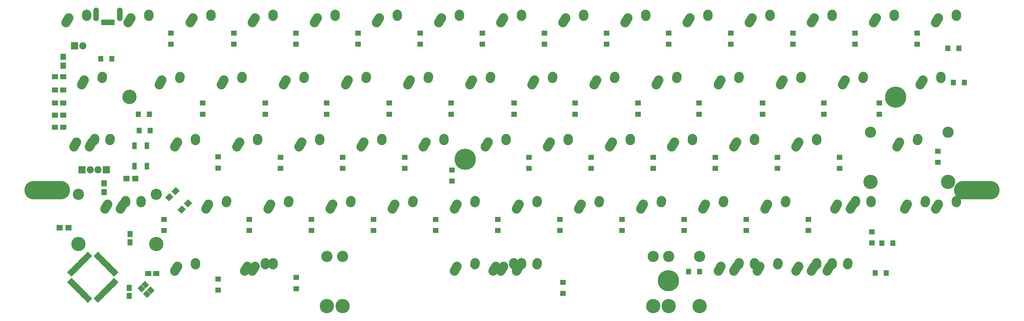
<source format=gbs>
G04 #@! TF.FileFunction,Soldermask,Bot*
%FSLAX46Y46*%
G04 Gerber Fmt 4.6, Leading zero omitted, Abs format (unit mm)*
G04 Created by KiCad (PCBNEW 4.0.5+dfsg1-4) date Wed May 24 11:01:59 2017*
%MOMM*%
%LPD*%
G01*
G04 APERTURE LIST*
%ADD10C,0.100000*%
%ADD11C,3.448000*%
%ADD12C,4.380200*%
%ADD13R,1.900000X1.650000*%
%ADD14R,1.650000X1.900000*%
%ADD15R,1.900000X1.700000*%
%ADD16R,1.400000X2.100000*%
%ADD17O,14.000000X5.600000*%
%ADD18C,4.400000*%
%ADD19C,6.500000*%
%ADD20R,2.200000X2.200000*%
%ADD21C,2.200000*%
%ADD22R,1.700000X1.900000*%
%ADD23C,2.900000*%
%ADD24R,0.900000X1.800000*%
%ADD25O,1.700000X4.200000*%
%ADD26R,1.600000X1.800000*%
%ADD27R,1.800000X1.600000*%
G04 APERTURE END LIST*
D10*
D11*
X100012500Y-157321250D03*
D12*
X100012500Y-172561250D03*
D11*
X76200000Y-157321250D03*
D12*
X76200000Y-172561250D03*
D10*
G36*
X82137958Y-174833437D02*
X82809709Y-175505188D01*
X81466206Y-176848691D01*
X80794455Y-176176940D01*
X82137958Y-174833437D01*
X82137958Y-174833437D01*
G37*
G36*
X82703643Y-175399123D02*
X83375394Y-176070874D01*
X82031891Y-177414377D01*
X81360140Y-176742626D01*
X82703643Y-175399123D01*
X82703643Y-175399123D01*
G37*
G36*
X83269328Y-175964808D02*
X83941079Y-176636559D01*
X82597576Y-177980062D01*
X81925825Y-177308311D01*
X83269328Y-175964808D01*
X83269328Y-175964808D01*
G37*
G36*
X83835014Y-176530493D02*
X84506765Y-177202244D01*
X83163262Y-178545747D01*
X82491511Y-177873996D01*
X83835014Y-176530493D01*
X83835014Y-176530493D01*
G37*
G36*
X84400699Y-177096179D02*
X85072450Y-177767930D01*
X83728947Y-179111433D01*
X83057196Y-178439682D01*
X84400699Y-177096179D01*
X84400699Y-177096179D01*
G37*
G36*
X84966385Y-177661864D02*
X85638136Y-178333615D01*
X84294633Y-179677118D01*
X83622882Y-179005367D01*
X84966385Y-177661864D01*
X84966385Y-177661864D01*
G37*
G36*
X85532070Y-178227550D02*
X86203821Y-178899301D01*
X84860318Y-180242804D01*
X84188567Y-179571053D01*
X85532070Y-178227550D01*
X85532070Y-178227550D01*
G37*
G36*
X86097756Y-178793235D02*
X86769507Y-179464986D01*
X85426004Y-180808489D01*
X84754253Y-180136738D01*
X86097756Y-178793235D01*
X86097756Y-178793235D01*
G37*
G36*
X86663441Y-179358921D02*
X87335192Y-180030672D01*
X85991689Y-181374175D01*
X85319938Y-180702424D01*
X86663441Y-179358921D01*
X86663441Y-179358921D01*
G37*
G36*
X87229126Y-179924606D02*
X87900877Y-180596357D01*
X86557374Y-181939860D01*
X85885623Y-181268109D01*
X87229126Y-179924606D01*
X87229126Y-179924606D01*
G37*
G36*
X87794812Y-180490291D02*
X88466563Y-181162042D01*
X87123060Y-182505545D01*
X86451309Y-181833794D01*
X87794812Y-180490291D01*
X87794812Y-180490291D01*
G37*
G36*
X88466563Y-184237958D02*
X87794812Y-184909709D01*
X86451309Y-183566206D01*
X87123060Y-182894455D01*
X88466563Y-184237958D01*
X88466563Y-184237958D01*
G37*
G36*
X87900877Y-184803643D02*
X87229126Y-185475394D01*
X85885623Y-184131891D01*
X86557374Y-183460140D01*
X87900877Y-184803643D01*
X87900877Y-184803643D01*
G37*
G36*
X87335192Y-185369328D02*
X86663441Y-186041079D01*
X85319938Y-184697576D01*
X85991689Y-184025825D01*
X87335192Y-185369328D01*
X87335192Y-185369328D01*
G37*
G36*
X86769507Y-185935014D02*
X86097756Y-186606765D01*
X84754253Y-185263262D01*
X85426004Y-184591511D01*
X86769507Y-185935014D01*
X86769507Y-185935014D01*
G37*
G36*
X86203821Y-186500699D02*
X85532070Y-187172450D01*
X84188567Y-185828947D01*
X84860318Y-185157196D01*
X86203821Y-186500699D01*
X86203821Y-186500699D01*
G37*
G36*
X85638136Y-187066385D02*
X84966385Y-187738136D01*
X83622882Y-186394633D01*
X84294633Y-185722882D01*
X85638136Y-187066385D01*
X85638136Y-187066385D01*
G37*
G36*
X85072450Y-187632070D02*
X84400699Y-188303821D01*
X83057196Y-186960318D01*
X83728947Y-186288567D01*
X85072450Y-187632070D01*
X85072450Y-187632070D01*
G37*
G36*
X84506765Y-188197756D02*
X83835014Y-188869507D01*
X82491511Y-187526004D01*
X83163262Y-186854253D01*
X84506765Y-188197756D01*
X84506765Y-188197756D01*
G37*
G36*
X83941079Y-188763441D02*
X83269328Y-189435192D01*
X81925825Y-188091689D01*
X82597576Y-187419938D01*
X83941079Y-188763441D01*
X83941079Y-188763441D01*
G37*
G36*
X83375394Y-189329126D02*
X82703643Y-190000877D01*
X81360140Y-188657374D01*
X82031891Y-187985623D01*
X83375394Y-189329126D01*
X83375394Y-189329126D01*
G37*
G36*
X82809709Y-189894812D02*
X82137958Y-190566563D01*
X80794455Y-189223060D01*
X81466206Y-188551309D01*
X82809709Y-189894812D01*
X82809709Y-189894812D01*
G37*
G36*
X79733794Y-188551309D02*
X80405545Y-189223060D01*
X79062042Y-190566563D01*
X78390291Y-189894812D01*
X79733794Y-188551309D01*
X79733794Y-188551309D01*
G37*
G36*
X79168109Y-187985623D02*
X79839860Y-188657374D01*
X78496357Y-190000877D01*
X77824606Y-189329126D01*
X79168109Y-187985623D01*
X79168109Y-187985623D01*
G37*
G36*
X78602424Y-187419938D02*
X79274175Y-188091689D01*
X77930672Y-189435192D01*
X77258921Y-188763441D01*
X78602424Y-187419938D01*
X78602424Y-187419938D01*
G37*
G36*
X78036738Y-186854253D02*
X78708489Y-187526004D01*
X77364986Y-188869507D01*
X76693235Y-188197756D01*
X78036738Y-186854253D01*
X78036738Y-186854253D01*
G37*
G36*
X77471053Y-186288567D02*
X78142804Y-186960318D01*
X76799301Y-188303821D01*
X76127550Y-187632070D01*
X77471053Y-186288567D01*
X77471053Y-186288567D01*
G37*
G36*
X76905367Y-185722882D02*
X77577118Y-186394633D01*
X76233615Y-187738136D01*
X75561864Y-187066385D01*
X76905367Y-185722882D01*
X76905367Y-185722882D01*
G37*
G36*
X76339682Y-185157196D02*
X77011433Y-185828947D01*
X75667930Y-187172450D01*
X74996179Y-186500699D01*
X76339682Y-185157196D01*
X76339682Y-185157196D01*
G37*
G36*
X75773996Y-184591511D02*
X76445747Y-185263262D01*
X75102244Y-186606765D01*
X74430493Y-185935014D01*
X75773996Y-184591511D01*
X75773996Y-184591511D01*
G37*
G36*
X75208311Y-184025825D02*
X75880062Y-184697576D01*
X74536559Y-186041079D01*
X73864808Y-185369328D01*
X75208311Y-184025825D01*
X75208311Y-184025825D01*
G37*
G36*
X74642626Y-183460140D02*
X75314377Y-184131891D01*
X73970874Y-185475394D01*
X73299123Y-184803643D01*
X74642626Y-183460140D01*
X74642626Y-183460140D01*
G37*
G36*
X74076940Y-182894455D02*
X74748691Y-183566206D01*
X73405188Y-184909709D01*
X72733437Y-184237958D01*
X74076940Y-182894455D01*
X74076940Y-182894455D01*
G37*
G36*
X74748691Y-181833794D02*
X74076940Y-182505545D01*
X72733437Y-181162042D01*
X73405188Y-180490291D01*
X74748691Y-181833794D01*
X74748691Y-181833794D01*
G37*
G36*
X75314377Y-181268109D02*
X74642626Y-181939860D01*
X73299123Y-180596357D01*
X73970874Y-179924606D01*
X75314377Y-181268109D01*
X75314377Y-181268109D01*
G37*
G36*
X75880062Y-180702424D02*
X75208311Y-181374175D01*
X73864808Y-180030672D01*
X74536559Y-179358921D01*
X75880062Y-180702424D01*
X75880062Y-180702424D01*
G37*
G36*
X76445747Y-180136738D02*
X75773996Y-180808489D01*
X74430493Y-179464986D01*
X75102244Y-178793235D01*
X76445747Y-180136738D01*
X76445747Y-180136738D01*
G37*
G36*
X77011433Y-179571053D02*
X76339682Y-180242804D01*
X74996179Y-178899301D01*
X75667930Y-178227550D01*
X77011433Y-179571053D01*
X77011433Y-179571053D01*
G37*
G36*
X77577118Y-179005367D02*
X76905367Y-179677118D01*
X75561864Y-178333615D01*
X76233615Y-177661864D01*
X77577118Y-179005367D01*
X77577118Y-179005367D01*
G37*
G36*
X78142804Y-178439682D02*
X77471053Y-179111433D01*
X76127550Y-177767930D01*
X76799301Y-177096179D01*
X78142804Y-178439682D01*
X78142804Y-178439682D01*
G37*
G36*
X78708489Y-177873996D02*
X78036738Y-178545747D01*
X76693235Y-177202244D01*
X77364986Y-176530493D01*
X78708489Y-177873996D01*
X78708489Y-177873996D01*
G37*
G36*
X79274175Y-177308311D02*
X78602424Y-177980062D01*
X77258921Y-176636559D01*
X77930672Y-175964808D01*
X79274175Y-177308311D01*
X79274175Y-177308311D01*
G37*
G36*
X79839860Y-176742626D02*
X79168109Y-177414377D01*
X77824606Y-176070874D01*
X78496357Y-175399123D01*
X79839860Y-176742626D01*
X79839860Y-176742626D01*
G37*
G36*
X80405545Y-176176940D02*
X79733794Y-176848691D01*
X78390291Y-175505188D01*
X79062042Y-174833437D01*
X80405545Y-176176940D01*
X80405545Y-176176940D01*
G37*
D13*
X100050000Y-181550000D03*
X97550000Y-181550000D03*
D14*
X91750000Y-188450000D03*
X91750000Y-185950000D03*
D13*
X71500000Y-136750000D03*
X69000000Y-136750000D03*
X71500000Y-133000000D03*
X69000000Y-133000000D03*
X71500000Y-129250000D03*
X69000000Y-129250000D03*
X71500000Y-125250000D03*
X69000000Y-125250000D03*
X71500000Y-121250000D03*
X69000000Y-121250000D03*
D14*
X92000000Y-172000000D03*
X92000000Y-169500000D03*
D15*
X90900000Y-152500000D03*
X93600000Y-152500000D03*
X70400000Y-167500000D03*
X73100000Y-167500000D03*
D10*
G36*
X103974695Y-159427386D02*
X102772614Y-158225305D01*
X104116117Y-156881802D01*
X105318198Y-158083883D01*
X103974695Y-159427386D01*
X103974695Y-159427386D01*
G37*
G36*
X105883883Y-157518198D02*
X104681802Y-156316117D01*
X106025305Y-154972614D01*
X107227386Y-156174695D01*
X105883883Y-157518198D01*
X105883883Y-157518198D01*
G37*
G36*
X109825305Y-158772614D02*
X111027386Y-159974695D01*
X109683883Y-161318198D01*
X108481802Y-160116117D01*
X109825305Y-158772614D01*
X109825305Y-158772614D01*
G37*
G36*
X107916117Y-160681802D02*
X109118198Y-161883883D01*
X107774695Y-163227386D01*
X106572614Y-162025305D01*
X107916117Y-160681802D01*
X107916117Y-160681802D01*
G37*
D16*
X97150000Y-148650000D03*
X97150000Y-142350000D03*
X93350000Y-148650000D03*
X93350000Y-142350000D03*
D17*
X66600000Y-156000000D03*
X351700000Y-156000000D03*
D18*
X91800000Y-127400000D03*
D19*
X326800000Y-127500000D03*
X257100000Y-183800000D03*
X194800000Y-146500000D03*
D10*
G36*
X94248349Y-186081802D02*
X95379720Y-184950431D01*
X96652513Y-186223224D01*
X95521142Y-187354595D01*
X94248349Y-186081802D01*
X94248349Y-186081802D01*
G37*
G36*
X95945405Y-187778858D02*
X97076776Y-186647487D01*
X98349569Y-187920280D01*
X97218198Y-189051651D01*
X95945405Y-187778858D01*
X95945405Y-187778858D01*
G37*
G36*
X95450431Y-184879720D02*
X96581802Y-183748349D01*
X97854595Y-185021142D01*
X96723224Y-186152513D01*
X95450431Y-184879720D01*
X95450431Y-184879720D01*
G37*
G36*
X97147487Y-186576776D02*
X98278858Y-185445405D01*
X99551651Y-186718198D01*
X98420280Y-187849569D01*
X97147487Y-186576776D01*
X97147487Y-186576776D01*
G37*
D20*
X75000000Y-111750000D03*
D21*
X77540000Y-111750000D03*
D20*
X77250000Y-149750000D03*
D21*
X79790000Y-149750000D03*
D22*
X71500000Y-117850000D03*
X71500000Y-115150000D03*
X84000000Y-156600000D03*
X84000000Y-153900000D03*
D20*
X84750000Y-149750000D03*
D21*
X82210000Y-149750000D03*
D23*
X75581703Y-141256296D02*
X74770797Y-142716204D01*
X81120974Y-140176922D02*
X81081526Y-140755578D01*
D24*
X83650000Y-104500000D03*
X84450000Y-104500000D03*
X85250000Y-104500000D03*
X86050000Y-104500000D03*
X86850000Y-104500000D03*
D25*
X81600000Y-102100000D03*
X88900000Y-102100000D03*
D23*
X297037953Y-179356296D02*
X296227047Y-180816204D01*
X302577224Y-178276922D02*
X302537776Y-178855578D01*
X306562953Y-179356296D02*
X305752047Y-180816204D01*
X312102224Y-178276922D02*
X312062776Y-178855578D01*
X320850453Y-103156296D02*
X320039547Y-104616204D01*
X326389724Y-102076922D02*
X326350276Y-102655578D01*
X73200453Y-103156296D02*
X72389547Y-104616204D01*
X78739724Y-102076922D02*
X78700276Y-102655578D01*
X111300453Y-103156296D02*
X110489547Y-104616204D01*
X116839724Y-102076922D02*
X116800276Y-102655578D01*
X130350453Y-103156296D02*
X129539547Y-104616204D01*
X135889724Y-102076922D02*
X135850276Y-102655578D01*
X149400453Y-103156296D02*
X148589547Y-104616204D01*
X154939724Y-102076922D02*
X154900276Y-102655578D01*
X168450453Y-103156296D02*
X167639547Y-104616204D01*
X173989724Y-102076922D02*
X173950276Y-102655578D01*
X187500453Y-103156296D02*
X186689547Y-104616204D01*
X193039724Y-102076922D02*
X193000276Y-102655578D01*
X206550453Y-103156296D02*
X205739547Y-104616204D01*
X212089724Y-102076922D02*
X212050276Y-102655578D01*
X225600453Y-103156296D02*
X224789547Y-104616204D01*
X231139724Y-102076922D02*
X231100276Y-102655578D01*
X244650453Y-103156296D02*
X243839547Y-104616204D01*
X250189724Y-102076922D02*
X250150276Y-102655578D01*
X263700453Y-103156296D02*
X262889547Y-104616204D01*
X269239724Y-102076922D02*
X269200276Y-102655578D01*
X282750453Y-103156296D02*
X281939547Y-104616204D01*
X288289724Y-102076922D02*
X288250276Y-102655578D01*
X301800453Y-103156296D02*
X300989547Y-104616204D01*
X307339724Y-102076922D02*
X307300276Y-102655578D01*
X101775453Y-122206296D02*
X100964547Y-123666204D01*
X107314724Y-121126922D02*
X107275276Y-121705578D01*
X120825453Y-122206296D02*
X120014547Y-123666204D01*
X126364724Y-121126922D02*
X126325276Y-121705578D01*
X139875453Y-122206296D02*
X139064547Y-123666204D01*
X145414724Y-121126922D02*
X145375276Y-121705578D01*
X158925453Y-122206296D02*
X158114547Y-123666204D01*
X164464724Y-121126922D02*
X164425276Y-121705578D01*
X177975453Y-122206296D02*
X177164547Y-123666204D01*
X183514724Y-121126922D02*
X183475276Y-121705578D01*
X197025453Y-122206296D02*
X196214547Y-123666204D01*
X202564724Y-121126922D02*
X202525276Y-121705578D01*
X216075453Y-122206296D02*
X215264547Y-123666204D01*
X221614724Y-121126922D02*
X221575276Y-121705578D01*
X235125453Y-122206296D02*
X234314547Y-123666204D01*
X240664724Y-121126922D02*
X240625276Y-121705578D01*
X254175453Y-122206296D02*
X253364547Y-123666204D01*
X259714724Y-121126922D02*
X259675276Y-121705578D01*
X273225453Y-122206296D02*
X272414547Y-123666204D01*
X278764724Y-121126922D02*
X278725276Y-121705578D01*
X292275453Y-122206296D02*
X291464547Y-123666204D01*
X297814724Y-121126922D02*
X297775276Y-121705578D01*
X311325453Y-122206296D02*
X310514547Y-123666204D01*
X316864724Y-121126922D02*
X316825276Y-121705578D01*
X106537953Y-141256296D02*
X105727047Y-142716204D01*
X112077224Y-140176922D02*
X112037776Y-140755578D01*
X125587953Y-141256296D02*
X124777047Y-142716204D01*
X131127224Y-140176922D02*
X131087776Y-140755578D01*
X144637953Y-141256296D02*
X143827047Y-142716204D01*
X150177224Y-140176922D02*
X150137776Y-140755578D01*
X163687953Y-141256296D02*
X162877047Y-142716204D01*
X169227224Y-140176922D02*
X169187776Y-140755578D01*
X182737953Y-141256296D02*
X181927047Y-142716204D01*
X188277224Y-140176922D02*
X188237776Y-140755578D01*
X201787953Y-141256296D02*
X200977047Y-142716204D01*
X207327224Y-140176922D02*
X207287776Y-140755578D01*
X220837953Y-141256296D02*
X220027047Y-142716204D01*
X226377224Y-140176922D02*
X226337776Y-140755578D01*
X239887953Y-141256296D02*
X239077047Y-142716204D01*
X245427224Y-140176922D02*
X245387776Y-140755578D01*
X258937953Y-141256296D02*
X258127047Y-142716204D01*
X264477224Y-140176922D02*
X264437776Y-140755578D01*
X277987953Y-141256296D02*
X277177047Y-142716204D01*
X283527224Y-140176922D02*
X283487776Y-140755578D01*
X297037953Y-141256296D02*
X296227047Y-142716204D01*
X302577224Y-140176922D02*
X302537776Y-140755578D01*
X116062953Y-160306296D02*
X115252047Y-161766204D01*
X121602224Y-159226922D02*
X121562776Y-159805578D01*
X135112953Y-160306296D02*
X134302047Y-161766204D01*
X140652224Y-159226922D02*
X140612776Y-159805578D01*
X154162953Y-160306296D02*
X153352047Y-161766204D01*
X159702224Y-159226922D02*
X159662776Y-159805578D01*
X173212953Y-160306296D02*
X172402047Y-161766204D01*
X178752224Y-159226922D02*
X178712776Y-159805578D01*
X192262953Y-160306296D02*
X191452047Y-161766204D01*
X197802224Y-159226922D02*
X197762776Y-159805578D01*
X211312953Y-160306296D02*
X210502047Y-161766204D01*
X216852224Y-159226922D02*
X216812776Y-159805578D01*
X230362953Y-160306296D02*
X229552047Y-161766204D01*
X235902224Y-159226922D02*
X235862776Y-159805578D01*
X249412953Y-160306296D02*
X248602047Y-161766204D01*
X254952224Y-159226922D02*
X254912776Y-159805578D01*
X268462953Y-160306296D02*
X267652047Y-161766204D01*
X274002224Y-159226922D02*
X273962776Y-159805578D01*
X287512953Y-160306296D02*
X286702047Y-161766204D01*
X293052224Y-159226922D02*
X293012776Y-159805578D01*
X330375453Y-160306296D02*
X329564547Y-161766204D01*
X335914724Y-159226922D02*
X335875276Y-159805578D01*
X106537953Y-179356296D02*
X105727047Y-180816204D01*
X112077224Y-178276922D02*
X112037776Y-178855578D01*
X301800453Y-179356296D02*
X300989547Y-180816204D01*
X307339724Y-178276922D02*
X307300276Y-178855578D01*
X339900453Y-103156296D02*
X339089547Y-104616204D01*
X345439724Y-102076922D02*
X345400276Y-102655578D01*
X92250453Y-103156296D02*
X91439547Y-104616204D01*
X97789724Y-102076922D02*
X97750276Y-102655578D01*
X80344203Y-141256296D02*
X79533297Y-142716204D01*
X85883474Y-140176922D02*
X85844026Y-140755578D01*
X89869203Y-160306296D02*
X89058297Y-161766204D01*
X95408474Y-159226922D02*
X95369026Y-159805578D01*
X308944203Y-160306296D02*
X308133297Y-161766204D01*
X314483474Y-159226922D02*
X314444026Y-159805578D01*
X285131703Y-179356296D02*
X284320797Y-180816204D01*
X290670974Y-178276922D02*
X290631526Y-178855578D01*
X127969203Y-179356296D02*
X127158297Y-180816204D01*
X133508474Y-178276922D02*
X133469026Y-178855578D01*
X77962953Y-122206296D02*
X77152047Y-123666204D01*
X83502224Y-121126922D02*
X83462776Y-121705578D01*
X130350453Y-179356296D02*
X129539547Y-180816204D01*
X135889724Y-178276922D02*
X135850276Y-178855578D01*
X277987953Y-179356296D02*
X277177047Y-180816204D01*
X283527224Y-178276922D02*
X283487776Y-178855578D01*
X335137953Y-122206296D02*
X334327047Y-123666204D01*
X340677224Y-121126922D02*
X340637776Y-121705578D01*
X273225453Y-179356296D02*
X272414547Y-180816204D01*
X278764724Y-178276922D02*
X278725276Y-178855578D01*
X211312953Y-179356296D02*
X210502047Y-180816204D01*
X216852224Y-178276922D02*
X216812776Y-178855578D01*
X206550453Y-179356296D02*
X205739547Y-180816204D01*
X212089724Y-178276922D02*
X212050276Y-178855578D01*
X204169203Y-179356296D02*
X203358297Y-180816204D01*
X209708474Y-178276922D02*
X209669026Y-178855578D01*
D11*
X342900000Y-138271250D03*
D12*
X342900000Y-153511250D03*
D11*
X157162500Y-176371250D03*
D12*
X157162500Y-191611250D03*
D11*
X257175000Y-176371250D03*
D12*
X257175000Y-191611250D03*
D11*
X152400000Y-176371250D03*
D12*
X152400000Y-191611250D03*
D11*
X266700000Y-176371250D03*
D12*
X266700000Y-191611250D03*
D11*
X252412500Y-176371250D03*
D12*
X252412500Y-191611250D03*
D11*
X319087500Y-138271250D03*
D12*
X319087500Y-153511250D03*
D23*
X327994203Y-141256296D02*
X327183297Y-142716204D01*
X333533474Y-140176922D02*
X333494026Y-140755578D01*
D26*
X344500000Y-123000000D03*
X347900000Y-123000000D03*
D27*
X333375000Y-107837500D03*
X333375000Y-111237500D03*
D26*
X346200000Y-112500000D03*
X342800000Y-112500000D03*
X320500000Y-181400000D03*
X323900000Y-181400000D03*
X266700000Y-181000000D03*
X263300000Y-181000000D03*
D27*
X224750000Y-184300000D03*
X224750000Y-187700000D03*
X143000000Y-182800000D03*
X143000000Y-186200000D03*
X119000000Y-183300000D03*
X119000000Y-186700000D03*
D26*
X325950000Y-172250000D03*
X322550000Y-172250000D03*
D27*
X319500000Y-168800000D03*
X319500000Y-172200000D03*
X300037500Y-164987500D03*
X300037500Y-168387500D03*
X280987500Y-164987500D03*
X280987500Y-168387500D03*
X261937500Y-164987500D03*
X261937500Y-168387500D03*
X242887500Y-164987500D03*
X242887500Y-168387500D03*
X223837500Y-164987500D03*
X223837500Y-168387500D03*
X204787500Y-164987500D03*
X204787500Y-168387500D03*
X185737500Y-164987500D03*
X185737500Y-168387500D03*
X166687500Y-164987500D03*
X166687500Y-168387500D03*
X147637500Y-164987500D03*
X147637500Y-168387500D03*
X128587500Y-164987500D03*
X128587500Y-168387500D03*
X102393750Y-164987500D03*
X102393750Y-168387500D03*
X339750000Y-144050000D03*
X339750000Y-147450000D03*
X309562500Y-145937500D03*
X309562500Y-149337500D03*
X290512500Y-145937500D03*
X290512500Y-149337500D03*
X271462500Y-145937500D03*
X271462500Y-149337500D03*
X252412500Y-145937500D03*
X252412500Y-149337500D03*
X233362500Y-145937500D03*
X233362500Y-149337500D03*
X214312500Y-145937500D03*
X214312500Y-149337500D03*
X190750000Y-149800000D03*
X190750000Y-153200000D03*
X176212500Y-145937500D03*
X176212500Y-149337500D03*
X157162500Y-145937500D03*
X157162500Y-149337500D03*
X138112500Y-145937500D03*
X138112500Y-149337500D03*
X119000000Y-145800000D03*
X119000000Y-149200000D03*
D26*
X94800000Y-137750000D03*
X98200000Y-137750000D03*
D27*
X321750000Y-129300000D03*
X321750000Y-132700000D03*
X304750000Y-129300000D03*
X304750000Y-132700000D03*
X286000000Y-129300000D03*
X286000000Y-132700000D03*
X266500000Y-129300000D03*
X266500000Y-132700000D03*
X247750000Y-129300000D03*
X247750000Y-132700000D03*
X228500000Y-129300000D03*
X228500000Y-132700000D03*
X209750000Y-129300000D03*
X209750000Y-132700000D03*
X190500000Y-129300000D03*
X190500000Y-132700000D03*
X171500000Y-129300000D03*
X171500000Y-132700000D03*
X152250000Y-129300000D03*
X152250000Y-132700000D03*
X133500000Y-129300000D03*
X133500000Y-132700000D03*
X114250000Y-129300000D03*
X114250000Y-132700000D03*
D26*
X94550000Y-132750000D03*
X97950000Y-132750000D03*
D27*
X314325000Y-107837500D03*
X314325000Y-111237500D03*
X295275000Y-107837500D03*
X295275000Y-111237500D03*
X276225000Y-107837500D03*
X276225000Y-111237500D03*
X257175000Y-107837500D03*
X257175000Y-111237500D03*
X238125000Y-107837500D03*
X238125000Y-111237500D03*
X219075000Y-107837500D03*
X219075000Y-111237500D03*
X200025000Y-107837500D03*
X200025000Y-111237500D03*
X161925000Y-107837500D03*
X161925000Y-111237500D03*
X142875000Y-107837500D03*
X142875000Y-111237500D03*
X123825000Y-107837500D03*
X123825000Y-111237500D03*
X104500000Y-107800000D03*
X104500000Y-111200000D03*
D26*
X83050000Y-115750000D03*
X86450000Y-115750000D03*
D27*
X180975000Y-107837500D03*
X180975000Y-111237500D03*
D23*
X85106703Y-160306296D02*
X84295797Y-161766204D01*
X90645974Y-159226922D02*
X90606526Y-159805578D01*
X339900453Y-160306296D02*
X339089547Y-161766204D01*
X345439724Y-159226922D02*
X345400276Y-159805578D01*
X313706703Y-160306296D02*
X312895797Y-161766204D01*
X319245974Y-159226922D02*
X319206526Y-159805578D01*
X192262953Y-179356296D02*
X191452047Y-180816204D01*
X197802224Y-178276922D02*
X197762776Y-178855578D01*
M02*

</source>
